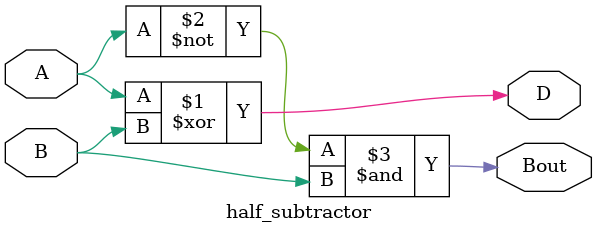
<source format=sv>
module half_subtractor(input A, B, output D, Bout);
  assign D = A ^ B;
  assign Bout = ~A & B;
endmodule
</source>
